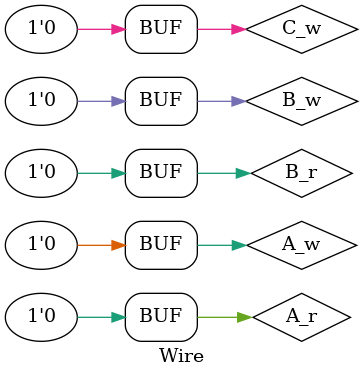
<source format=v>
`timescale 1ns/10ps

module Wire;

reg A_r, B_r;
wire A_w, B_w, C_w;

initial begin
    A_r = 1'b0;
    B_r = 1'b0;
end

assign A_w = A_r;
assign B_w = B_r;
assign C_w = A_w|B_w;

always @(*) begin
    $display(C_w);
end

endmodule
</source>
